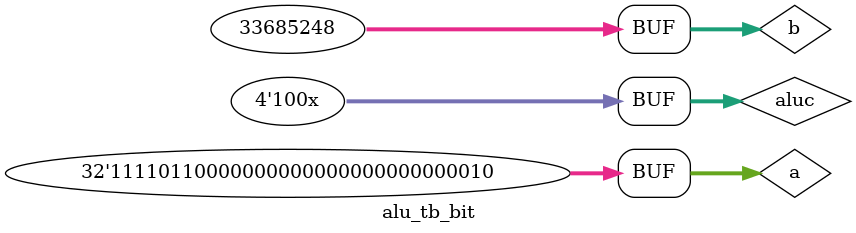
<source format=v>
`timescale 1ns / 1ps


module alu_tb_bit;

    reg [31:0] a;
    reg [31:0] b;
    reg [3:0] aluc;
    wire [31:0] r;
    wire zero;
    wire carry;
    wire negative;
    wire overflow;

    alu inst(a,b,aluc,r,zero,carry,negative,overflow);


    //test addu
    initial begin
        aluc = 4'b0100;
        a = 32'b1000_0010_0000;
        b = 32'b1000_0010_0000;        

        #40 
        aluc = 4'b0101;
        a = 32'b0000_0000_0000;
        b = 32'b1000_0000_0000;        

        #40 
        aluc = 4'b0110;
        a = 32'b1000_0010_1111_0000_1111_0000_0000_0010;
        b = 32'b1000_0010_0000_0001_0000_0000_0000_0000;

        #40 
        aluc = 4'b0111;
        a = 32'b0011_0110_0000_0000_0000_0000_0000_0010;
        b = 32'b1000_0010_0000_0001_0000_0000_0000_0000;

        #40 
        aluc = 4'b100x;
        a = 32'b1111_0110_0000_0000_0000_0000_0000_0010;
        b = 32'b0000_0010_0000_0001_1111_1111_0000_0000;
    end


endmodule

</source>
